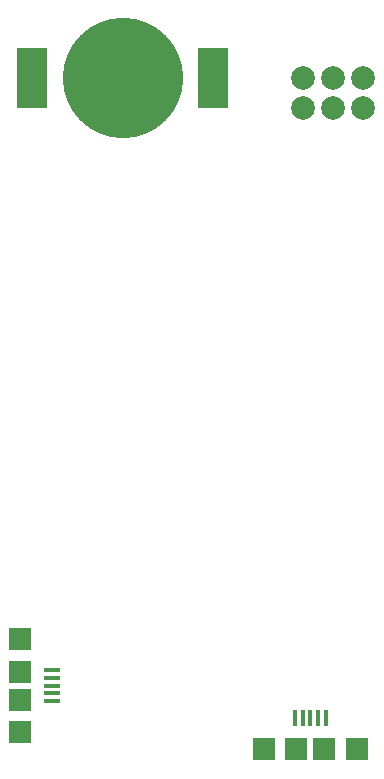
<source format=gbp>
%TF.GenerationSoftware,KiCad,Pcbnew,5.1.8-5.1.8*%
%TF.CreationDate,2022-01-13T22:28:20+01:00*%
%TF.ProjectId,usb_binary_clk,7573625f-6269-46e6-9172-795f636c6b2e,rev?*%
%TF.SameCoordinates,Original*%
%TF.FileFunction,Paste,Bot*%
%TF.FilePolarity,Positive*%
%FSLAX46Y46*%
G04 Gerber Fmt 4.6, Leading zero omitted, Abs format (unit mm)*
G04 Created by KiCad (PCBNEW 5.1.8-5.1.8) date 2022-01-13 22:28:20*
%MOMM*%
%LPD*%
G01*
G04 APERTURE LIST*
%ADD10C,2.000000*%
%ADD11R,0.400000X1.350000*%
%ADD12R,1.900000X1.900000*%
%ADD13R,1.350000X0.400000*%
%ADD14C,10.200000*%
%ADD15R,2.500000X5.100000*%
G04 APERTURE END LIST*
D10*
X153035000Y-45085000D03*
X153035000Y-47625000D03*
X158115000Y-47625000D03*
X158115000Y-45085000D03*
X155575000Y-45085000D03*
X155575000Y-47625000D03*
D11*
X154970000Y-99214000D03*
X152370000Y-99214000D03*
X154320000Y-99214000D03*
X153670000Y-99214000D03*
X153020000Y-99214000D03*
D12*
X157620000Y-101889000D03*
X154870000Y-101889000D03*
X152470000Y-101889000D03*
X149720000Y-101889000D03*
D13*
X131799000Y-97820000D03*
X131799000Y-95220000D03*
X131799000Y-97170000D03*
X131799000Y-96520000D03*
X131799000Y-95870000D03*
D12*
X129124000Y-100470000D03*
X129124000Y-97720000D03*
X129124000Y-95320000D03*
X129124000Y-92570000D03*
D14*
X137795000Y-45085000D03*
D15*
X130145000Y-45085000D03*
X145445000Y-45085000D03*
M02*

</source>
